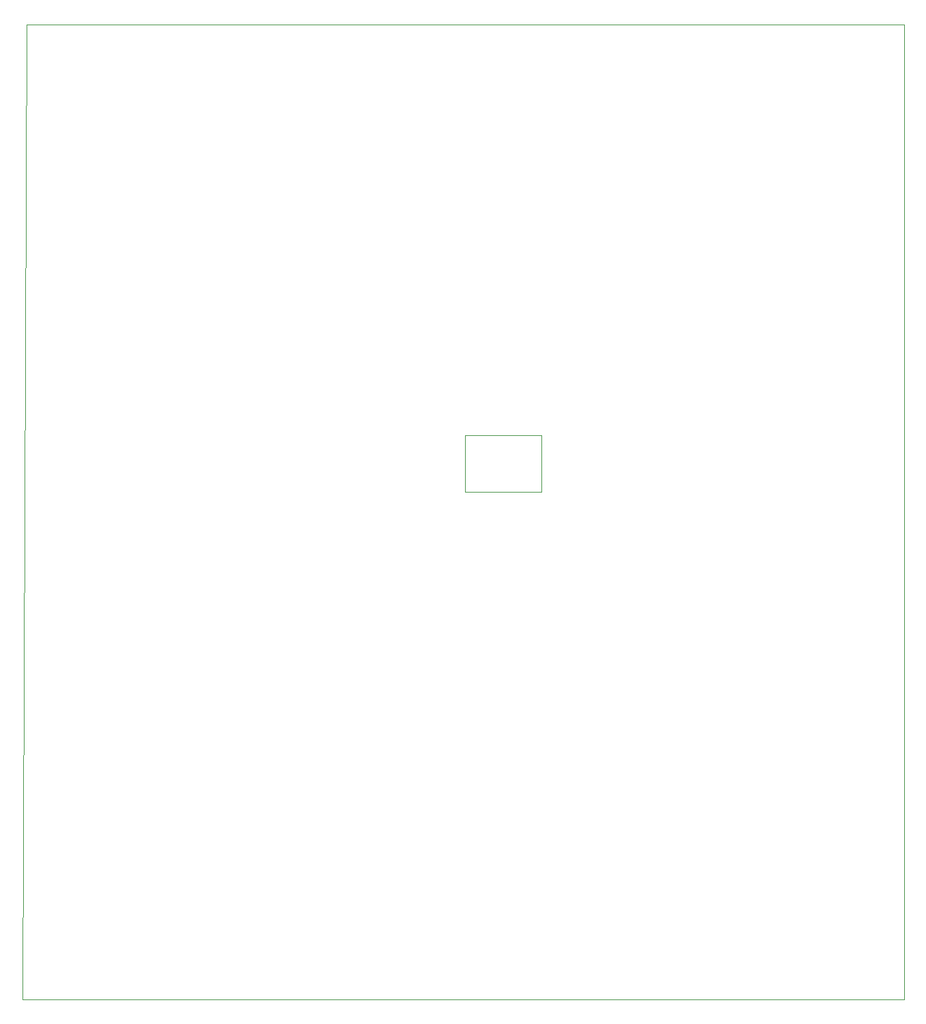
<source format=gbr>
%TF.GenerationSoftware,KiCad,Pcbnew,5.1.10-1.fc34*%
%TF.CreationDate,2021-08-02T19:45:02+02:00*%
%TF.ProjectId,domo_pool_hard,646f6d6f-5f70-46f6-9f6c-5f686172642e,rev?*%
%TF.SameCoordinates,Original*%
%TF.FileFunction,Profile,NP*%
%FSLAX46Y46*%
G04 Gerber Fmt 4.6, Leading zero omitted, Abs format (unit mm)*
G04 Created by KiCad (PCBNEW 5.1.10-1.fc34) date 2021-08-02 19:45:02*
%MOMM*%
%LPD*%
G01*
G04 APERTURE LIST*
%TA.AperFunction,Profile*%
%ADD10C,0.050000*%
%TD*%
G04 APERTURE END LIST*
D10*
X87000000Y-114500000D02*
X87000000Y-107500000D01*
X96500000Y-114500000D02*
X87000000Y-114500000D01*
X96500000Y-107500000D02*
X96500000Y-114500000D01*
X87000000Y-107500000D02*
X96500000Y-107500000D01*
X32000000Y-177500000D02*
X32500000Y-177500000D01*
X32500000Y-56500000D02*
X32000000Y-177500000D01*
X33000000Y-56500000D02*
X32500000Y-56500000D01*
X141500000Y-56500000D02*
X33000000Y-56500000D01*
X141500000Y-177500000D02*
X141500000Y-56500000D01*
X32500000Y-177500000D02*
X141500000Y-177500000D01*
M02*

</source>
